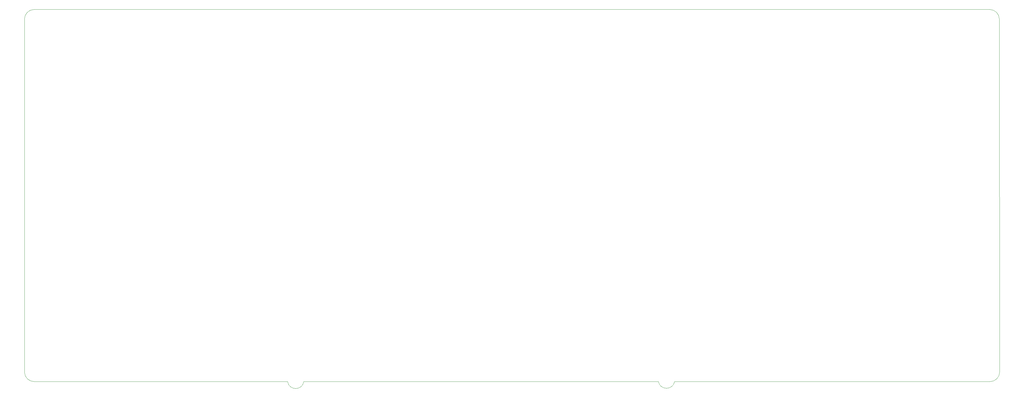
<source format=gbr>
%TF.GenerationSoftware,KiCad,Pcbnew,8.99.0-829-g0984af1676*%
%TF.CreationDate,2024-04-27T09:25:59+07:00*%
%TF.ProjectId,Nuxros75,4e757872-6f73-4373-952e-6b696361645f,rev?*%
%TF.SameCoordinates,Original*%
%TF.FileFunction,Profile,NP*%
%FSLAX46Y46*%
G04 Gerber Fmt 4.6, Leading zero omitted, Abs format (unit mm)*
G04 Created by KiCad (PCBNEW 8.99.0-829-g0984af1676) date 2024-04-27 09:25:59*
%MOMM*%
%LPD*%
G01*
G04 APERTURE LIST*
%TA.AperFunction,Profile*%
%ADD10C,0.050000*%
%TD*%
G04 APERTURE END LIST*
D10*
X-266000000Y-25200000D02*
X-266000000Y-134000000D01*
X-263000000Y-22200000D02*
X31500000Y-22200000D01*
X-179900001Y-137000000D02*
G75*
G02*
X-184899999Y-137000000I-2499999J400000D01*
G01*
X34600000Y-134000000D02*
G75*
G02*
X31600000Y-137000000I-3000000J0D01*
G01*
X-266000000Y-25200000D02*
G75*
G02*
X-263000000Y-22200000I3000001J-1D01*
G01*
X-263000000Y-137000000D02*
G75*
G02*
X-266000000Y-134000000I1J3000001D01*
G01*
X34500000Y-25200000D02*
X34600000Y-134000000D01*
X-263000000Y-137000000D02*
X-184900000Y-137000000D01*
X31500000Y-22200000D02*
G75*
G02*
X34500000Y-25200000I0J-3000000D01*
G01*
X-70600000Y-137000000D02*
X-179900000Y-137000000D01*
X31600000Y-137000000D02*
X-65600000Y-137000000D01*
X-65600001Y-137000001D02*
G75*
G02*
X-70599999Y-137000000I-2499999J500001D01*
G01*
M02*

</source>
